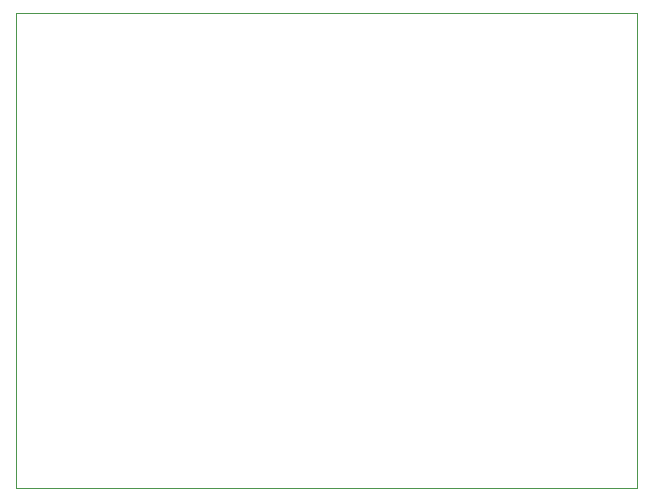
<source format=gbr>
%TF.GenerationSoftware,KiCad,Pcbnew,5.1.5*%
%TF.CreationDate,2020-05-13T22:00:42+02:00*%
%TF.ProjectId,thinkpad-keyboard,7468696e-6b70-4616-942d-6b6579626f61,rev?*%
%TF.SameCoordinates,Original*%
%TF.FileFunction,Profile,NP*%
%FSLAX46Y46*%
G04 Gerber Fmt 4.6, Leading zero omitted, Abs format (unit mm)*
G04 Created by KiCad (PCBNEW 5.1.5) date 2020-05-13 22:00:42*
%MOMM*%
%LPD*%
G04 APERTURE LIST*
%ADD10C,0.100000*%
G04 APERTURE END LIST*
D10*
X152600000Y-69000000D02*
X152600000Y-109200000D01*
X100000000Y-69000000D02*
X152600000Y-69000000D01*
X100000000Y-109200000D02*
X100000000Y-69000000D01*
X152600000Y-109200000D02*
X100000000Y-109200000D01*
M02*

</source>
